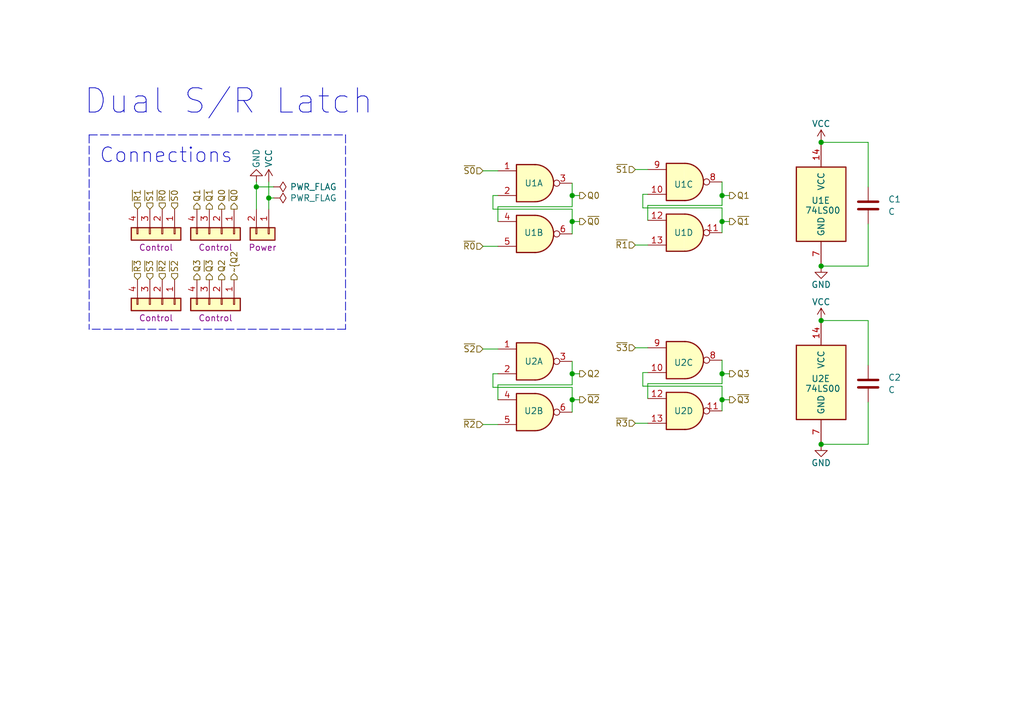
<source format=kicad_sch>
(kicad_sch (version 20211123) (generator eeschema)
  (paper "A5")
  (lib_symbols
    (symbol "74xx:74LS00" (pin_names (offset 1.016))
      (property "Reference" "U" (at 0 1.27 0))
      (property "Value" "74LS00" (at 0 -1.27 0))
      (symbol "74LS00_1_1"
        (arc (start 0 -3.81) (mid 3.81 0) (end 0 3.81) (stroke (width 0.254)) (fill (type background)))
        (polyline (pts (xy 0 3.81) (xy -3.81 3.81) (xy -3.81 -3.81) (xy 0 -3.81)) (stroke (width 0.254)) (fill (type background)))
        (pin input line (at -7.62 2.54 0) (length 3.81) (name "~") (number "1"))
        (pin input line (at -7.62 -2.54 0) (length 3.81) (name "~") (number "2"))
        (pin output inverted (at 7.62 0 180) (length 3.81) (name "~") (number "3"))
      )
      (symbol "74LS00_1_2"
        (arc (start -3.81 -3.81) (mid -2.589 0) (end -3.81 3.81) (stroke (width 0.254)))
        (arc (start -0.6096 -3.81) (mid 2.1855 -2.584) (end 3.81 0) (stroke (width 0.254)) (fill (type background)))
        (polyline (pts (xy -3.81 -3.81) (xy -0.635 -3.81)) (stroke (width 0.254)) (fill (type background)))
        (polyline (pts (xy -3.81 3.81) (xy -0.635 3.81)) (stroke (width 0.254)) (fill (type background)))
        (polyline (pts (xy -0.635 3.81) (xy -3.81 3.81) (xy -3.81 3.81) (xy -3.556 3.4036) (xy -3.0226 2.2606) (xy -2.6924 1.0414) (xy -2.6162 -0.254) (xy -2.7686 -1.4986) (xy -3.175 -2.7178) (xy -3.81 -3.81) (xy -3.81 -3.81) (xy -0.635 -3.81)) (stroke (width -25.4)) (fill (type background)))
        (arc (start 3.81 0) (mid 2.1928 2.5925) (end -0.6096 3.81) (stroke (width 0.254)) (fill (type background)))
        (pin input inverted (at -7.62 2.54 0) (length 4.318) (name "~") (number "1"))
        (pin input inverted (at -7.62 -2.54 0) (length 4.318) (name "~") (number "2"))
        (pin output line (at 7.62 0 180) (length 3.81) (name "~") (number "3"))
      )
      (symbol "74LS00_2_1"
        (arc (start 0 -3.81) (mid 3.81 0) (end 0 3.81) (stroke (width 0.254)) (fill (type background)))
        (polyline (pts (xy 0 3.81) (xy -3.81 3.81) (xy -3.81 -3.81) (xy 0 -3.81)) (stroke (width 0.254)) (fill (type background)))
        (pin input line (at -7.62 2.54 0) (length 3.81) (name "~") (number "4"))
        (pin input line (at -7.62 -2.54 0) (length 3.81) (name "~") (number "5"))
        (pin output inverted (at 7.62 0 180) (length 3.81) (name "~") (number "6"))
      )
      (symbol "74LS00_2_2"
        (arc (start -3.81 -3.81) (mid -2.589 0) (end -3.81 3.81) (stroke (width 0.254)))
        (arc (start -0.6096 -3.81) (mid 2.1855 -2.584) (end 3.81 0) (stroke (width 0.254)) (fill (type background)))
        (polyline (pts (xy -3.81 -3.81) (xy -0.635 -3.81)) (stroke (width 0.254)) (fill (type background)))
        (polyline (pts (xy -3.81 3.81) (xy -0.635 3.81)) (stroke (width 0.254)) (fill (type background)))
        (polyline (pts (xy -0.635 3.81) (xy -3.81 3.81) (xy -3.81 3.81) (xy -3.556 3.4036) (xy -3.0226 2.2606) (xy -2.6924 1.0414) (xy -2.6162 -0.254) (xy -2.7686 -1.4986) (xy -3.175 -2.7178) (xy -3.81 -3.81) (xy -3.81 -3.81) (xy -0.635 -3.81)) (stroke (width -25.4)) (fill (type background)))
        (arc (start 3.81 0) (mid 2.1928 2.5925) (end -0.6096 3.81) (stroke (width 0.254)) (fill (type background)))
        (pin input inverted (at -7.62 2.54 0) (length 4.318) (name "~") (number "4"))
        (pin input inverted (at -7.62 -2.54 0) (length 4.318) (name "~") (number "5"))
        (pin output line (at 7.62 0 180) (length 3.81) (name "~") (number "6"))
      )
      (symbol "74LS00_3_1"
        (arc (start 0 -3.81) (mid 3.81 0) (end 0 3.81) (stroke (width 0.254)) (fill (type background)))
        (polyline (pts (xy 0 3.81) (xy -3.81 3.81) (xy -3.81 -3.81) (xy 0 -3.81)) (stroke (width 0.254)) (fill (type background)))
        (pin input line (at -7.62 -2.54 0) (length 3.81) (name "~") (number "10"))
        (pin output inverted (at 7.62 0 180) (length 3.81) (name "~") (number "8"))
        (pin input line (at -7.62 2.54 0) (length 3.81) (name "~") (number "9"))
      )
      (symbol "74LS00_3_2"
        (arc (start -3.81 -3.81) (mid -2.589 0) (end -3.81 3.81) (stroke (width 0.254)))
        (arc (start -0.6096 -3.81) (mid 2.1855 -2.584) (end 3.81 0) (stroke (width 0.254)) (fill (type background)))
        (polyline (pts (xy -3.81 -3.81) (xy -0.635 -3.81)) (stroke (width 0.254)) (fill (type background)))
        (polyline (pts (xy -3.81 3.81) (xy -0.635 3.81)) (stroke (width 0.254)) (fill (type background)))
        (polyline (pts (xy -0.635 3.81) (xy -3.81 3.81) (xy -3.81 3.81) (xy -3.556 3.4036) (xy -3.0226 2.2606) (xy -2.6924 1.0414) (xy -2.6162 -0.254) (xy -2.7686 -1.4986) (xy -3.175 -2.7178) (xy -3.81 -3.81) (xy -3.81 -3.81) (xy -0.635 -3.81)) (stroke (width -25.4)) (fill (type background)))
        (arc (start 3.81 0) (mid 2.1928 2.5925) (end -0.6096 3.81) (stroke (width 0.254)) (fill (type background)))
        (pin input inverted (at -7.62 -2.54 0) (length 4.318) (name "~") (number "10"))
        (pin output line (at 7.62 0 180) (length 3.81) (name "~") (number "8"))
        (pin input inverted (at -7.62 2.54 0) (length 4.318) (name "~") (number "9"))
      )
      (symbol "74LS00_4_1"
        (arc (start 0 -3.81) (mid 3.81 0) (end 0 3.81) (stroke (width 0.254)) (fill (type background)))
        (polyline (pts (xy 0 3.81) (xy -3.81 3.81) (xy -3.81 -3.81) (xy 0 -3.81)) (stroke (width 0.254)) (fill (type background)))
        (pin output inverted (at 7.62 0 180) (length 3.81) (name "~") (number "11"))
        (pin input line (at -7.62 2.54 0) (length 3.81) (name "~") (number "12"))
        (pin input line (at -7.62 -2.54 0) (length 3.81) (name "~") (number "13"))
      )
      (symbol "74LS00_4_2"
        (arc (start -3.81 -3.81) (mid -2.589 0) (end -3.81 3.81) (stroke (width 0.254)))
        (arc (start -0.6096 -3.81) (mid 2.1855 -2.584) (end 3.81 0) (stroke (width 0.254)) (fill (type background)))
        (polyline (pts (xy -3.81 -3.81) (xy -0.635 -3.81)) (stroke (width 0.254)) (fill (type background)))
        (polyline (pts (xy -3.81 3.81) (xy -0.635 3.81)) (stroke (width 0.254)) (fill (type background)))
        (polyline (pts (xy -0.635 3.81) (xy -3.81 3.81) (xy -3.81 3.81) (xy -3.556 3.4036) (xy -3.0226 2.2606) (xy -2.6924 1.0414) (xy -2.6162 -0.254) (xy -2.7686 -1.4986) (xy -3.175 -2.7178) (xy -3.81 -3.81) (xy -3.81 -3.81) (xy -0.635 -3.81)) (stroke (width -25.4)) (fill (type background)))
        (arc (start 3.81 0) (mid 2.1928 2.5925) (end -0.6096 3.81) (stroke (width 0.254)) (fill (type background)))
        (pin output line (at 7.62 0 180) (length 3.81) (name "~") (number "11"))
        (pin input inverted (at -7.62 2.54 0) (length 4.318) (name "~") (number "12"))
        (pin input inverted (at -7.62 -2.54 0) (length 4.318) (name "~") (number "13"))
      )
      (symbol "74LS00_5_0"
        (pin power_in line (at 0 12.7 270) (length 5.08) (name "VCC") (number "14"))
        (pin power_in line (at 0 -12.7 90) (length 5.08) (name "GND") (number "7"))
      )
      (symbol "74LS00_5_1"
        (rectangle (start -5.08 7.62) (end 5.08 -7.62) (stroke (width 0.254)) (fill (type background)))
      )
    )
    (symbol "Connector_Generic:Conn_01x02" (pin_names (offset 1.016) hide)
      (property "Reference" "J" (at 0 2.54 0))
      (property "Value" "Conn_01x02" (at 0 -5.08 0))
      (symbol "Conn_01x02_1_1"
        (rectangle (start -1.27 -2.413) (end 0 -2.667) (stroke (width 0.1524)))
        (rectangle (start -1.27 0.127) (end 0 -0.127) (stroke (width 0.1524)))
        (rectangle (start -1.27 1.27) (end 1.27 -3.81) (stroke (width 0.254)) (fill (type background)))
        (pin passive line (at -5.08 0 0) (length 3.81) (name "Pin_1") (number "1"))
        (pin passive line (at -5.08 -2.54 0) (length 3.81) (name "Pin_2") (number "2"))
      )
    )
    (symbol "Connector_Generic:Conn_01x04" (pin_names (offset 1.016) hide)
      (property "Reference" "J" (at 0 5.08 0))
      (property "Value" "Conn_01x04" (at 0 -7.62 0))
      (symbol "Conn_01x04_1_1"
        (rectangle (start -1.27 -4.953) (end 0 -5.207) (stroke (width 0.1524)))
        (rectangle (start -1.27 -2.413) (end 0 -2.667) (stroke (width 0.1524)))
        (rectangle (start -1.27 0.127) (end 0 -0.127) (stroke (width 0.1524)))
        (rectangle (start -1.27 2.667) (end 0 2.413) (stroke (width 0.1524)))
        (rectangle (start -1.27 3.81) (end 1.27 -6.35) (stroke (width 0.254)) (fill (type background)))
        (pin passive line (at -5.08 2.54 0) (length 3.81) (name "Pin_1") (number "1"))
        (pin passive line (at -5.08 0 0) (length 3.81) (name "Pin_2") (number "2"))
        (pin passive line (at -5.08 -2.54 0) (length 3.81) (name "Pin_3") (number "3"))
        (pin passive line (at -5.08 -5.08 0) (length 3.81) (name "Pin_4") (number "4"))
      )
    )
    (symbol "Device:C" (pin_numbers hide) (pin_names (offset 0.254))
      (property "Reference" "C" (at 0.635 2.54 0))
      (property "Value" "C" (at 0.635 -2.54 0))
      (symbol "C_0_1"
        (polyline (pts (xy -2.032 -0.762) (xy 2.032 -0.762)) (stroke (width 0.508)))
        (polyline (pts (xy -2.032 0.762) (xy 2.032 0.762)) (stroke (width 0.508)))
      )
      (symbol "C_1_1"
        (pin passive line (at 0 3.81 270) (length 2.794) (name "~") (number "1"))
        (pin passive line (at 0 -3.81 90) (length 2.794) (name "~") (number "2"))
      )
    )
    (symbol "power:GND" (power) (pin_names (offset 0))
      (property "Value" "GND" (at 0 -3.81 0))
      (symbol "GND_0_1"
        (polyline (pts (xy 0 0) (xy 0 -1.27) (xy 1.27 -1.27) (xy 0 -2.54) (xy -1.27 -1.27) (xy 0 -1.27)))
      )
      (symbol "GND_1_1"
        (pin power_in line (at 0 0 270) (length 0) hide (name "GND") (number "1"))
      )
    )
    (symbol "power:PWR_FLAG" (power) (pin_numbers hide) (pin_names (offset 0) hide)
      (property "Value" "PWR_FLAG" (at 0 3.81 0))
      (symbol "PWR_FLAG_0_0"
        (pin power_out line (at 0 0 90) (length 0) (name "pwr") (number "1"))
      )
      (symbol "PWR_FLAG_0_1"
        (polyline (pts (xy 0 0) (xy 0 1.27) (xy -1.016 1.905) (xy 0 2.54) (xy 1.016 1.905) (xy 0 1.27)))
      )
    )
    (symbol "power:VCC" (power) (pin_names (offset 0))
      (property "Value" "VCC" (at 0 3.81 0))
      (symbol "VCC_0_1"
        (polyline (pts (xy -0.762 1.27) (xy 0 2.54)))
        (polyline (pts (xy 0 0) (xy 0 2.54)))
        (polyline (pts (xy 0 2.54) (xy 0.762 1.27)))
      )
      (symbol "VCC_1_1"
        (pin power_in line (at 0 0 90) (length 0) hide (name "VCC") (number "1"))
      )
    )
  )
  (junction (at 168.402 65.786))
  (junction (at 148.082 82.042))
  (junction (at 148.082 45.466))
  (junction (at 117.348 40.132))
  (junction (at 148.082 40.132))
  (junction (at 117.348 82.042))
  (junction (at 55.118 40.64))
  (junction (at 52.578 38.354))
  (junction (at 148.082 76.708))
  (junction (at 168.402 54.61))
  (junction (at 168.402 29.21))
  (junction (at 117.348 76.708))
  (junction (at 117.348 45.466))
  (junction (at 168.402 91.186))
  (wire (pts (xy 178.054 29.21) (xy 168.402 29.21)))
  (wire (pts (xy 148.082 45.466) (xy 149.606 45.466)))
  (wire (pts (xy 148.082 79.248) (xy 131.826 79.248)))
  (wire (pts (xy 132.842 78.74) (xy 132.842 81.788)))
  (wire (pts (xy 117.348 79.502) (xy 101.092 79.502)))
  (wire (pts (xy 52.578 38.354) (xy 56.134 38.354)))
  (wire (pts (xy 148.082 37.338) (xy 148.082 40.132)))
  (wire (pts (xy 117.348 42.926) (xy 101.092 42.926)))
  (wire (pts (xy 117.348 45.466) (xy 118.872 45.466)))
  (wire (pts (xy 148.082 40.132) (xy 148.082 42.164)))
  (wire (pts (xy 130.302 34.798) (xy 132.842 34.798)))
  (wire (pts (xy 168.402 91.186) (xy 178.054 91.186)))
  (wire (pts (xy 178.054 91.186) (xy 178.054 82.55)))
  (wire (pts (xy 148.082 40.132) (xy 149.606 40.132)))
  (wire (pts (xy 101.092 40.132) (xy 102.108 40.132)))
  (polyline (pts (xy 70.866 27.686) (xy 70.866 67.564)))
  (wire (pts (xy 130.302 71.374) (xy 132.842 71.374)))
  (wire (pts (xy 117.348 78.994) (xy 102.108 78.994)))
  (wire (pts (xy 148.082 84.328) (xy 148.082 82.042)))
  (wire (pts (xy 101.092 79.502) (xy 101.092 76.708)))
  (wire (pts (xy 148.082 73.914) (xy 148.082 76.708)))
  (wire (pts (xy 131.826 39.878) (xy 132.842 39.878)))
  (wire (pts (xy 131.826 76.454) (xy 132.842 76.454)))
  (wire (pts (xy 117.348 76.708) (xy 118.872 76.708)))
  (wire (pts (xy 131.826 42.672) (xy 131.826 39.878)))
  (wire (pts (xy 148.082 76.708) (xy 148.082 78.74)))
  (wire (pts (xy 117.348 74.168) (xy 117.348 76.708)))
  (wire (pts (xy 117.348 40.132) (xy 118.872 40.132)))
  (wire (pts (xy 178.054 74.93) (xy 178.054 65.786)))
  (wire (pts (xy 55.118 37.338) (xy 55.118 40.64)))
  (wire (pts (xy 55.118 40.64) (xy 56.134 40.64)))
  (wire (pts (xy 117.348 40.132) (xy 117.348 42.418)))
  (wire (pts (xy 148.082 47.752) (xy 148.082 45.466)))
  (polyline (pts (xy 18.288 27.686) (xy 18.288 67.564)))
  (wire (pts (xy 52.578 38.354) (xy 52.578 42.926)))
  (wire (pts (xy 117.348 82.042) (xy 117.348 79.502)))
  (wire (pts (xy 55.118 40.64) (xy 55.118 42.926)))
  (wire (pts (xy 117.348 84.582) (xy 117.348 82.042)))
  (wire (pts (xy 99.06 71.628) (xy 102.108 71.628)))
  (wire (pts (xy 130.302 86.868) (xy 132.842 86.868)))
  (wire (pts (xy 132.842 42.164) (xy 132.842 45.212)))
  (wire (pts (xy 52.578 37.338) (xy 52.578 38.354)))
  (wire (pts (xy 148.082 79.248) (xy 148.082 82.042)))
  (wire (pts (xy 117.348 82.042) (xy 118.872 82.042)))
  (wire (pts (xy 101.092 42.926) (xy 101.092 40.132)))
  (wire (pts (xy 101.092 76.708) (xy 102.108 76.708)))
  (wire (pts (xy 148.082 78.74) (xy 132.842 78.74)))
  (polyline (pts (xy 70.866 67.564) (xy 18.288 67.564)))
  (wire (pts (xy 148.082 82.042) (xy 149.606 82.042)))
  (wire (pts (xy 117.348 45.466) (xy 117.348 42.926)))
  (wire (pts (xy 148.082 76.708) (xy 149.606 76.708)))
  (wire (pts (xy 178.054 38.354) (xy 178.054 29.21)))
  (wire (pts (xy 117.348 48.006) (xy 117.348 45.466)))
  (wire (pts (xy 99.06 87.122) (xy 102.108 87.122)))
  (wire (pts (xy 148.082 42.164) (xy 132.842 42.164)))
  (wire (pts (xy 178.054 65.786) (xy 168.402 65.786)))
  (wire (pts (xy 148.082 42.672) (xy 131.826 42.672)))
  (wire (pts (xy 117.348 37.592) (xy 117.348 40.132)))
  (wire (pts (xy 99.06 50.546) (xy 102.108 50.546)))
  (wire (pts (xy 148.082 42.672) (xy 148.082 45.466)))
  (wire (pts (xy 117.348 42.418) (xy 102.108 42.418)))
  (polyline (pts (xy 18.288 27.686) (xy 70.866 27.686)))
  (wire (pts (xy 178.054 54.61) (xy 178.054 45.974)))
  (wire (pts (xy 102.108 42.418) (xy 102.108 45.466)))
  (wire (pts (xy 117.348 76.708) (xy 117.348 78.994)))
  (wire (pts (xy 131.826 79.248) (xy 131.826 76.454)))
  (wire (pts (xy 130.302 50.292) (xy 132.842 50.292)))
  (wire (pts (xy 102.108 78.994) (xy 102.108 82.042)))
  (wire (pts (xy 168.402 54.61) (xy 178.054 54.61)))
  (wire (pts (xy 99.06 35.052) (xy 102.108 35.052)))
  (text "Dual S/R Latch" (at 17.018 23.876 0) (effects (font (size 5 5)) (justify left bottom)))
  (text "Connections" (at 20.32 33.782 0) (effects (font (size 3 3)) (justify left bottom)))
  (hierarchical_label "~{S1}" (shape input) (at 30.734 42.926 90))
  (hierarchical_label "~{S0}" (shape input) (at 99.06 35.052 180))
  (hierarchical_label "~{R3}" (shape input) (at 130.302 86.868 180))
  (hierarchical_label "~{Q1}" (shape output) (at 42.926 42.926 90))
  (hierarchical_label "~{Q0}" (shape output) (at 118.872 45.466 0))
  (hierarchical_label "~{Q1}" (shape output) (at 149.606 45.466 0))
  (hierarchical_label "Q3" (shape output) (at 40.386 57.404 90))
  (hierarchical_label "~{R1}" (shape input) (at 28.194 42.926 90))
  (hierarchical_label "~{R2}" (shape input) (at 99.06 87.122 180))
  (hierarchical_label "~{R0}" (shape input) (at 33.274 42.926 90))
  (hierarchical_label "~{S3}" (shape input) (at 30.734 57.404 90))
  (hierarchical_label "~{S1}" (shape input) (at 130.302 34.798 180))
  (hierarchical_label "~{S2}" (shape input) (at 99.06 71.628 180))
  (hierarchical_label "Q2" (shape output) (at 45.466 57.404 90))
  (hierarchical_label "~{Q2" (shape output) (at 48.006 57.404 90))
  (hierarchical_label "~{Q3}" (shape output) (at 42.926 57.404 90))
  (hierarchical_label "~{R3}" (shape input) (at 28.194 57.404 90))
  (hierarchical_label "~{S0}" (shape input) (at 35.814 42.926 90))
  (hierarchical_label "~{Q3}" (shape output) (at 149.606 82.042 0))
  (hierarchical_label "~{R1}" (shape input) (at 130.302 50.292 180))
  (hierarchical_label "Q0" (shape output) (at 118.872 40.132 0))
  (hierarchical_label "~{S2}" (shape input) (at 35.814 57.404 90))
  (hierarchical_label "Q2" (shape output) (at 118.872 76.708 0))
  (hierarchical_label "~{R0}" (shape input) (at 99.06 50.546 180))
  (hierarchical_label "~{Q0}" (shape output) (at 48.006 42.926 90))
  (hierarchical_label "Q0" (shape output) (at 45.466 42.926 90))
  (hierarchical_label "Q1" (shape output) (at 40.386 42.926 90))
  (hierarchical_label "Q3" (shape output) (at 149.606 76.708 0))
  (hierarchical_label "~{Q2}" (shape output) (at 118.872 82.042 0))
  (hierarchical_label "~{S3}" (shape input) (at 130.302 71.374 180))
  (hierarchical_label "Q1" (shape output) (at 149.606 40.132 0))
  (hierarchical_label "~{R2}" (shape input) (at 33.274 57.404 90))
  (symbol (lib_id "Device:C") (at 178.054 42.164 0) (unit 1)
    (property "Reference" "C1" (at 182.118 40.8939 0) (effects (justify left)))
    (property "Value" "C" (at 182.118 43.4339 0) (effects (justify left)))
    (property "Footprint" "Capacitor_SMD:C_0805_2012Metric" (effects hide))
  )
  (symbol (lib_id "Device:C") (at 178.054 78.74 0) (unit 1)
    (property "Reference" "C2" (at 182.118 77.4699 0) (effects (justify left)))
    (property "Value" "C" (at 182.118 80.0099 0) (effects (justify left)))
    (property "Footprint" "Capacitor_SMD:C_0805_2012Metric" (effects hide))
  )
  (symbol (lib_id "power:PWR_FLAG") (at 56.134 38.354 270) (unit 1)
    (property "Reference" "#FLG01" (effects hide))
    (property "Value" "PWR_FLAG" (at 59.436 38.3539 90) (effects (justify left)))
  )
  (symbol (lib_id "Connector_Generic:Conn_01x04") (at 33.274 62.484 270) (unit 1)
    (property "Reference" "J3" (effects hide))
    (property "Value" "Conn_01x04" (effects hide))
    (property "Footprint" "Connector_PinHeader_2.54mm:PinHeader_1x04_P2.54mm_Vertical" (effects hide))
    (property "Field4" "Control" (at 32.004 65.278 90))
  )
  (symbol (lib_id "Connector_Generic:Conn_01x02") (at 55.118 48.006 270) (unit 1)
    (property "Reference" "J2" (effects hide))
    (property "Value" "Conn_01x02" (effects hide))
    (property "Footprint" "Connector_PinHeader_2.54mm:PinHeader_1x02_P2.54mm_Vertical" (effects hide))
    (property "Field4" "Power" (at 53.848 50.8 90))
  )
  (symbol (lib_id "power:VCC") (at 55.118 37.338 0) (unit 1)
    (property "Reference" "#PWR02" (effects hide))
    (property "Value" "VCC" (at 55.118 32.512 90))
  )
  (symbol (lib_id "74xx:74LS00") (at 109.728 84.582 0) (unit 2)
    (property "Reference" "U2" (at 109.474 84.328 0))
    (property "Value" "74LS00" (effects hide))
    (property "Datasheet" "http://www.ti.com/lit/gpn/sn74ls00" (effects hide))
  )
  (symbol (lib_id "power:GND") (at 168.402 91.186 0) (unit 1)
    (property "Reference" "#PWR06" (effects hide))
    (property "Value" "GND" (at 168.402 94.996 0))
  )
  (symbol (lib_id "power:VCC") (at 168.402 29.21 0) (unit 1)
    (property "Reference" "#PWR03" (effects hide))
    (property "Value" "VCC" (at 168.402 25.4 0))
  )
  (symbol (lib_id "74xx:74LS00") (at 109.728 74.168 0) (unit 1)
    (property "Reference" "U2" (at 109.474 74.168 0))
    (property "Value" "74LS00" (effects hide))
    (property "Datasheet" "http://www.ti.com/lit/gpn/sn74ls00" (effects hide))
  )
  (symbol (lib_id "74xx:74LS00") (at 168.402 78.486 0) (unit 5)
    (property "Reference" "U2" (at 166.37 77.724 0) (effects (justify left)))
    (property "Value" "74LS00" (at 165.1 79.756 0) (effects (justify left)))
    (property "Footprint" "Package_SO:SOIC-14_3.9x8.7mm_P1.27mm" (effects hide))
    (property "Datasheet" "http://www.ti.com/lit/gpn/sn74ls00" (effects hide))
  )
  (symbol (lib_id "74xx:74LS00") (at 140.462 37.338 0) (unit 3)
    (property "Reference" "U1" (at 140.208 37.846 0))
    (property "Value" "74LS00" (effects hide))
    (property "Datasheet" "http://www.ti.com/lit/gpn/sn74ls00" (effects hide))
  )
  (symbol (lib_id "74xx:74LS00") (at 140.462 47.752 0) (unit 4)
    (property "Reference" "U1" (at 140.208 47.752 0))
    (property "Value" "74LS00" (effects hide))
    (property "Datasheet" "http://www.ti.com/lit/gpn/sn74ls00" (effects hide))
  )
  (symbol (lib_id "power:VCC") (at 168.402 65.786 0) (unit 1)
    (property "Reference" "#PWR05" (effects hide))
    (property "Value" "VCC" (at 168.402 61.976 0))
  )
  (symbol (lib_id "74xx:74LS00") (at 109.728 48.006 0) (unit 2)
    (property "Reference" "U1" (at 109.474 47.752 0))
    (property "Value" "74LS00" (effects hide))
    (property "Datasheet" "http://www.ti.com/lit/gpn/sn74ls00" (effects hide))
  )
  (symbol (lib_id "74xx:74LS00") (at 109.728 37.592 0) (unit 1)
    (property "Reference" "U1" (at 109.474 37.592 0))
    (property "Value" "74LS00" (effects hide))
    (property "Datasheet" "http://www.ti.com/lit/gpn/sn74ls00" (effects hide))
  )
  (symbol (lib_id "Connector_Generic:Conn_01x04") (at 45.466 48.006 270) (unit 1)
    (property "Reference" "J5" (effects hide))
    (property "Value" "Conn_01x04" (effects hide))
    (property "Footprint" "Connector_PinHeader_2.54mm:PinHeader_1x04_P2.54mm_Vertical" (effects hide))
    (property "Field4" "Control" (at 44.196 50.8 90))
  )
  (symbol (lib_id "74xx:74LS00") (at 140.462 73.914 0) (unit 3)
    (property "Reference" "U2" (at 140.208 74.422 0))
    (property "Value" "74LS00" (effects hide))
    (property "Datasheet" "http://www.ti.com/lit/gpn/sn74ls00" (effects hide))
  )
  (symbol (lib_id "74xx:74LS00") (at 168.402 41.91 0) (unit 5)
    (property "Reference" "U1" (at 166.37 41.148 0) (effects (justify left)))
    (property "Value" "74LS00" (at 165.1 43.18 0) (effects (justify left)))
    (property "Footprint" "Package_SO:SOIC-14_3.9x8.7mm_P1.27mm" (effects hide))
    (property "Datasheet" "http://www.ti.com/lit/gpn/sn74ls00" (effects hide))
  )
  (symbol (lib_id "74xx:74LS00") (at 140.462 84.328 0) (unit 4)
    (property "Reference" "U2" (at 140.208 84.328 0))
    (property "Value" "74LS00" (effects hide))
    (property "Datasheet" "http://www.ti.com/lit/gpn/sn74ls00" (effects hide))
  )
  (symbol (lib_id "Connector_Generic:Conn_01x04") (at 45.466 62.484 270) (unit 1)
    (property "Reference" "J4" (effects hide))
    (property "Value" "Conn_01x04" (effects hide))
    (property "Footprint" "Connector_PinHeader_2.54mm:PinHeader_1x04_P2.54mm_Vertical" (effects hide))
    (property "Field4" "Control" (at 44.196 65.278 90))
  )
  (symbol (lib_id "power:PWR_FLAG") (at 56.134 40.64 270) (unit 1)
    (property "Reference" "#FLG02" (effects hide))
    (property "Value" "PWR_FLAG" (at 59.436 40.6399 90) (effects (justify left)))
  )
  (symbol (lib_id "power:GND") (at 168.402 54.61 0) (unit 1)
    (property "Reference" "#PWR04" (effects hide))
    (property "Value" "GND" (at 168.402 58.42 0))
  )
  (symbol (lib_id "power:GND") (at 52.578 37.338 180) (unit 1)
    (property "Reference" "#PWR01" (effects hide))
    (property "Value" "GND" (at 52.578 32.512 90))
  )
  (symbol (lib_id "Connector_Generic:Conn_01x04") (at 33.274 48.006 270) (unit 1)
    (property "Reference" "J1" (effects hide))
    (property "Value" "Conn_01x04" (effects hide))
    (property "Footprint" "Connector_PinHeader_2.54mm:PinHeader_1x04_P2.54mm_Vertical" (effects hide))
    (property "Field4" "Control" (at 32.004 50.8 90))
  )
)
</source>
